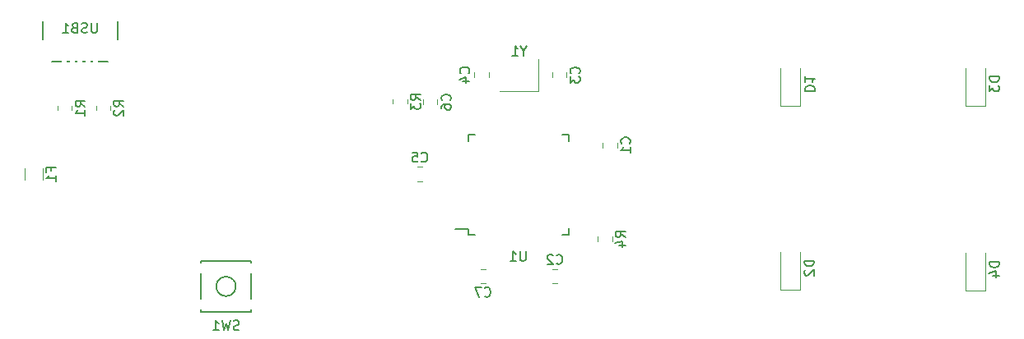
<source format=gbo>
%TF.GenerationSoftware,KiCad,Pcbnew,(5.1.10)-1*%
%TF.CreationDate,2021-05-12T23:01:37-04:00*%
%TF.ProjectId,SwagPad,53776167-5061-4642-9e6b-696361645f70,rev?*%
%TF.SameCoordinates,Original*%
%TF.FileFunction,Legend,Bot*%
%TF.FilePolarity,Positive*%
%FSLAX46Y46*%
G04 Gerber Fmt 4.6, Leading zero omitted, Abs format (unit mm)*
G04 Created by KiCad (PCBNEW (5.1.10)-1) date 2021-05-12 23:01:37*
%MOMM*%
%LPD*%
G01*
G04 APERTURE LIST*
%ADD10C,0.120000*%
%ADD11C,0.150000*%
%ADD12R,1.400000X1.200000*%
%ADD13O,1.700000X2.700000*%
%ADD14R,0.500000X2.250000*%
%ADD15R,0.550000X1.500000*%
%ADD16R,1.500000X0.550000*%
%ADD17R,1.800000X1.100000*%
%ADD18C,1.750000*%
%ADD19C,2.250000*%
%ADD20C,3.987800*%
%ADD21R,1.200000X0.900000*%
G04 APERTURE END LIST*
D10*
%TO.C,Y1*%
X118586000Y-86329250D02*
X118586000Y-89629250D01*
X118586000Y-89629250D02*
X114586000Y-89629250D01*
D11*
%TO.C,USB1*%
X67587500Y-86603000D02*
X75287500Y-86603000D01*
X75287500Y-81153000D02*
X75287500Y-86603000D01*
X67587500Y-81153000D02*
X67587500Y-86603000D01*
%TO.C,U1*%
X111332500Y-104456750D02*
X111332500Y-103881750D01*
X121682500Y-104456750D02*
X121682500Y-103781750D01*
X121682500Y-94106750D02*
X121682500Y-94781750D01*
X111332500Y-94106750D02*
X111332500Y-94781750D01*
X111332500Y-104456750D02*
X112007500Y-104456750D01*
X111332500Y-94106750D02*
X112007500Y-94106750D01*
X121682500Y-94106750D02*
X121007500Y-94106750D01*
X121682500Y-104456750D02*
X121007500Y-104456750D01*
X111332500Y-103881750D02*
X110057500Y-103881750D01*
%TO.C,SW1*%
X87443750Y-109800000D02*
G75*
G03*
X87443750Y-109800000I-1000000J0D01*
G01*
X89043750Y-112400000D02*
X89043750Y-107200000D01*
X83843750Y-112400000D02*
X89043750Y-112400000D01*
X83843750Y-107200000D02*
X83843750Y-112400000D01*
X89043750Y-107200000D02*
X83843750Y-107200000D01*
D10*
%TO.C,R4*%
X126147500Y-105120814D02*
X126147500Y-104666686D01*
X124677500Y-105120814D02*
X124677500Y-104666686D01*
%TO.C,R3*%
X105065500Y-90960314D02*
X105065500Y-90506186D01*
X103595500Y-90960314D02*
X103595500Y-90506186D01*
%TO.C,R2*%
X74553750Y-91627064D02*
X74553750Y-91172936D01*
X73083750Y-91627064D02*
X73083750Y-91172936D01*
%TO.C,R1*%
X70585000Y-91627064D02*
X70585000Y-91172936D01*
X69115000Y-91627064D02*
X69115000Y-91172936D01*
%TO.C,F1*%
X67585000Y-98839564D02*
X67585000Y-97635436D01*
X65765000Y-98839564D02*
X65765000Y-97635436D01*
%TO.C,D4*%
X164512500Y-110262500D02*
X162512500Y-110262500D01*
X162512500Y-110262500D02*
X162512500Y-106362500D01*
X164512500Y-110262500D02*
X164512500Y-106362500D01*
%TO.C,D3*%
X164512500Y-91150000D02*
X162512500Y-91150000D01*
X162512500Y-91150000D02*
X162512500Y-87250000D01*
X164512500Y-91150000D02*
X164512500Y-87250000D01*
%TO.C,D2*%
X145462500Y-110137500D02*
X143462500Y-110137500D01*
X143462500Y-110137500D02*
X143462500Y-106237500D01*
X145462500Y-110137500D02*
X145462500Y-106237500D01*
%TO.C,D1*%
X145462500Y-91150000D02*
X143462500Y-91150000D01*
X143462500Y-91150000D02*
X143462500Y-87250000D01*
X145462500Y-91150000D02*
X145462500Y-87250000D01*
%TO.C,C7*%
X112607498Y-109478750D02*
X113130002Y-109478750D01*
X112607498Y-108008750D02*
X113130002Y-108008750D01*
%TO.C,C6*%
X108177000Y-91037002D02*
X108177000Y-90514498D01*
X106707000Y-91037002D02*
X106707000Y-90514498D01*
%TO.C,C5*%
X106623752Y-97467750D02*
X106101248Y-97467750D01*
X106623752Y-98937750D02*
X106101248Y-98937750D01*
%TO.C,C4*%
X111977500Y-87715498D02*
X111977500Y-88238002D01*
X113447500Y-87715498D02*
X113447500Y-88238002D01*
%TO.C,C3*%
X121448500Y-88243002D02*
X121448500Y-87720498D01*
X119978500Y-88243002D02*
X119978500Y-87720498D01*
%TO.C,C2*%
X120532752Y-108008750D02*
X120010248Y-108008750D01*
X120532752Y-109478750D02*
X120010248Y-109478750D01*
%TO.C,C1*%
X126655500Y-95482002D02*
X126655500Y-94959498D01*
X125185500Y-95482002D02*
X125185500Y-94959498D01*
%TO.C,Y1*%
D11*
X117062190Y-85505440D02*
X117062190Y-85981630D01*
X117395523Y-84981630D02*
X117062190Y-85505440D01*
X116728857Y-84981630D01*
X115871714Y-85981630D02*
X116443142Y-85981630D01*
X116157428Y-85981630D02*
X116157428Y-84981630D01*
X116252666Y-85124488D01*
X116347904Y-85219726D01*
X116443142Y-85267345D01*
%TO.C,USB1*%
X73175595Y-82637380D02*
X73175595Y-83446904D01*
X73127976Y-83542142D01*
X73080357Y-83589761D01*
X72985119Y-83637380D01*
X72794642Y-83637380D01*
X72699404Y-83589761D01*
X72651785Y-83542142D01*
X72604166Y-83446904D01*
X72604166Y-82637380D01*
X72175595Y-83589761D02*
X72032738Y-83637380D01*
X71794642Y-83637380D01*
X71699404Y-83589761D01*
X71651785Y-83542142D01*
X71604166Y-83446904D01*
X71604166Y-83351666D01*
X71651785Y-83256428D01*
X71699404Y-83208809D01*
X71794642Y-83161190D01*
X71985119Y-83113571D01*
X72080357Y-83065952D01*
X72127976Y-83018333D01*
X72175595Y-82923095D01*
X72175595Y-82827857D01*
X72127976Y-82732619D01*
X72080357Y-82685000D01*
X71985119Y-82637380D01*
X71747023Y-82637380D01*
X71604166Y-82685000D01*
X70842261Y-83113571D02*
X70699404Y-83161190D01*
X70651785Y-83208809D01*
X70604166Y-83304047D01*
X70604166Y-83446904D01*
X70651785Y-83542142D01*
X70699404Y-83589761D01*
X70794642Y-83637380D01*
X71175595Y-83637380D01*
X71175595Y-82637380D01*
X70842261Y-82637380D01*
X70747023Y-82685000D01*
X70699404Y-82732619D01*
X70651785Y-82827857D01*
X70651785Y-82923095D01*
X70699404Y-83018333D01*
X70747023Y-83065952D01*
X70842261Y-83113571D01*
X71175595Y-83113571D01*
X69651785Y-83637380D02*
X70223214Y-83637380D01*
X69937500Y-83637380D02*
X69937500Y-82637380D01*
X70032738Y-82780238D01*
X70127976Y-82875476D01*
X70223214Y-82923095D01*
%TO.C,U1*%
X117269404Y-106184130D02*
X117269404Y-106993654D01*
X117221785Y-107088892D01*
X117174166Y-107136511D01*
X117078928Y-107184130D01*
X116888452Y-107184130D01*
X116793214Y-107136511D01*
X116745595Y-107088892D01*
X116697976Y-106993654D01*
X116697976Y-106184130D01*
X115697976Y-107184130D02*
X116269404Y-107184130D01*
X115983690Y-107184130D02*
X115983690Y-106184130D01*
X116078928Y-106326988D01*
X116174166Y-106422226D01*
X116269404Y-106469845D01*
%TO.C,SW1*%
X87777083Y-114268761D02*
X87634226Y-114316380D01*
X87396130Y-114316380D01*
X87300892Y-114268761D01*
X87253273Y-114221142D01*
X87205654Y-114125904D01*
X87205654Y-114030666D01*
X87253273Y-113935428D01*
X87300892Y-113887809D01*
X87396130Y-113840190D01*
X87586607Y-113792571D01*
X87681845Y-113744952D01*
X87729464Y-113697333D01*
X87777083Y-113602095D01*
X87777083Y-113506857D01*
X87729464Y-113411619D01*
X87681845Y-113364000D01*
X87586607Y-113316380D01*
X87348511Y-113316380D01*
X87205654Y-113364000D01*
X86872321Y-113316380D02*
X86634226Y-114316380D01*
X86443750Y-113602095D01*
X86253273Y-114316380D01*
X86015178Y-113316380D01*
X85110416Y-114316380D02*
X85681845Y-114316380D01*
X85396130Y-114316380D02*
X85396130Y-113316380D01*
X85491369Y-113459238D01*
X85586607Y-113554476D01*
X85681845Y-113602095D01*
%TO.C,R4*%
X127514880Y-104727083D02*
X127038690Y-104393750D01*
X127514880Y-104155654D02*
X126514880Y-104155654D01*
X126514880Y-104536607D01*
X126562500Y-104631845D01*
X126610119Y-104679464D01*
X126705357Y-104727083D01*
X126848214Y-104727083D01*
X126943452Y-104679464D01*
X126991071Y-104631845D01*
X127038690Y-104536607D01*
X127038690Y-104155654D01*
X126848214Y-105584226D02*
X127514880Y-105584226D01*
X126467261Y-105346130D02*
X127181547Y-105108035D01*
X127181547Y-105727083D01*
%TO.C,R3*%
X106432880Y-90566583D02*
X105956690Y-90233250D01*
X106432880Y-89995154D02*
X105432880Y-89995154D01*
X105432880Y-90376107D01*
X105480500Y-90471345D01*
X105528119Y-90518964D01*
X105623357Y-90566583D01*
X105766214Y-90566583D01*
X105861452Y-90518964D01*
X105909071Y-90471345D01*
X105956690Y-90376107D01*
X105956690Y-89995154D01*
X105432880Y-90899916D02*
X105432880Y-91518964D01*
X105813833Y-91185630D01*
X105813833Y-91328488D01*
X105861452Y-91423726D01*
X105909071Y-91471345D01*
X106004309Y-91518964D01*
X106242404Y-91518964D01*
X106337642Y-91471345D01*
X106385261Y-91423726D01*
X106432880Y-91328488D01*
X106432880Y-91042773D01*
X106385261Y-90947535D01*
X106337642Y-90899916D01*
%TO.C,R2*%
X75921130Y-91233333D02*
X75444940Y-90900000D01*
X75921130Y-90661904D02*
X74921130Y-90661904D01*
X74921130Y-91042857D01*
X74968750Y-91138095D01*
X75016369Y-91185714D01*
X75111607Y-91233333D01*
X75254464Y-91233333D01*
X75349702Y-91185714D01*
X75397321Y-91138095D01*
X75444940Y-91042857D01*
X75444940Y-90661904D01*
X75016369Y-91614285D02*
X74968750Y-91661904D01*
X74921130Y-91757142D01*
X74921130Y-91995238D01*
X74968750Y-92090476D01*
X75016369Y-92138095D01*
X75111607Y-92185714D01*
X75206845Y-92185714D01*
X75349702Y-92138095D01*
X75921130Y-91566666D01*
X75921130Y-92185714D01*
%TO.C,R1*%
X71952380Y-91233333D02*
X71476190Y-90900000D01*
X71952380Y-90661904D02*
X70952380Y-90661904D01*
X70952380Y-91042857D01*
X71000000Y-91138095D01*
X71047619Y-91185714D01*
X71142857Y-91233333D01*
X71285714Y-91233333D01*
X71380952Y-91185714D01*
X71428571Y-91138095D01*
X71476190Y-91042857D01*
X71476190Y-90661904D01*
X71952380Y-92185714D02*
X71952380Y-91614285D01*
X71952380Y-91900000D02*
X70952380Y-91900000D01*
X71095238Y-91804761D01*
X71190476Y-91709523D01*
X71238095Y-91614285D01*
%TO.C,F1*%
X68423571Y-97904166D02*
X68423571Y-97570833D01*
X68947380Y-97570833D02*
X67947380Y-97570833D01*
X67947380Y-98047023D01*
X68947380Y-98951785D02*
X68947380Y-98380357D01*
X68947380Y-98666071D02*
X67947380Y-98666071D01*
X68090238Y-98570833D01*
X68185476Y-98475595D01*
X68233095Y-98380357D01*
%TO.C,D4*%
X165964880Y-107274404D02*
X164964880Y-107274404D01*
X164964880Y-107512500D01*
X165012500Y-107655357D01*
X165107738Y-107750595D01*
X165202976Y-107798214D01*
X165393452Y-107845833D01*
X165536309Y-107845833D01*
X165726785Y-107798214D01*
X165822023Y-107750595D01*
X165917261Y-107655357D01*
X165964880Y-107512500D01*
X165964880Y-107274404D01*
X165298214Y-108702976D02*
X165964880Y-108702976D01*
X164917261Y-108464880D02*
X165631547Y-108226785D01*
X165631547Y-108845833D01*
%TO.C,D3*%
X165964880Y-88161904D02*
X164964880Y-88161904D01*
X164964880Y-88400000D01*
X165012500Y-88542857D01*
X165107738Y-88638095D01*
X165202976Y-88685714D01*
X165393452Y-88733333D01*
X165536309Y-88733333D01*
X165726785Y-88685714D01*
X165822023Y-88638095D01*
X165917261Y-88542857D01*
X165964880Y-88400000D01*
X165964880Y-88161904D01*
X164964880Y-89066666D02*
X164964880Y-89685714D01*
X165345833Y-89352380D01*
X165345833Y-89495238D01*
X165393452Y-89590476D01*
X165441071Y-89638095D01*
X165536309Y-89685714D01*
X165774404Y-89685714D01*
X165869642Y-89638095D01*
X165917261Y-89590476D01*
X165964880Y-89495238D01*
X165964880Y-89209523D01*
X165917261Y-89114285D01*
X165869642Y-89066666D01*
%TO.C,D2*%
X146914880Y-107149404D02*
X145914880Y-107149404D01*
X145914880Y-107387500D01*
X145962500Y-107530357D01*
X146057738Y-107625595D01*
X146152976Y-107673214D01*
X146343452Y-107720833D01*
X146486309Y-107720833D01*
X146676785Y-107673214D01*
X146772023Y-107625595D01*
X146867261Y-107530357D01*
X146914880Y-107387500D01*
X146914880Y-107149404D01*
X146010119Y-108101785D02*
X145962500Y-108149404D01*
X145914880Y-108244642D01*
X145914880Y-108482738D01*
X145962500Y-108577976D01*
X146010119Y-108625595D01*
X146105357Y-108673214D01*
X146200595Y-108673214D01*
X146343452Y-108625595D01*
X146914880Y-108054166D01*
X146914880Y-108673214D01*
%TO.C,D1*%
X146010119Y-89638095D02*
X147010119Y-89638095D01*
X147010119Y-89400000D01*
X146962500Y-89257142D01*
X146867261Y-89161904D01*
X146772023Y-89114285D01*
X146581547Y-89066666D01*
X146438690Y-89066666D01*
X146248214Y-89114285D01*
X146152976Y-89161904D01*
X146057738Y-89257142D01*
X146010119Y-89400000D01*
X146010119Y-89638095D01*
X146010119Y-88114285D02*
X146010119Y-88685714D01*
X146010119Y-88400000D02*
X147010119Y-88400000D01*
X146867261Y-88495238D01*
X146772023Y-88590476D01*
X146724404Y-88685714D01*
%TO.C,C7*%
X113035416Y-110780892D02*
X113083035Y-110828511D01*
X113225892Y-110876130D01*
X113321130Y-110876130D01*
X113463988Y-110828511D01*
X113559226Y-110733273D01*
X113606845Y-110638035D01*
X113654464Y-110447559D01*
X113654464Y-110304702D01*
X113606845Y-110114226D01*
X113559226Y-110018988D01*
X113463988Y-109923750D01*
X113321130Y-109876130D01*
X113225892Y-109876130D01*
X113083035Y-109923750D01*
X113035416Y-109971369D01*
X112702083Y-109876130D02*
X112035416Y-109876130D01*
X112463988Y-110876130D01*
%TO.C,C6*%
X109479142Y-90609083D02*
X109526761Y-90561464D01*
X109574380Y-90418607D01*
X109574380Y-90323369D01*
X109526761Y-90180511D01*
X109431523Y-90085273D01*
X109336285Y-90037654D01*
X109145809Y-89990035D01*
X109002952Y-89990035D01*
X108812476Y-90037654D01*
X108717238Y-90085273D01*
X108622000Y-90180511D01*
X108574380Y-90323369D01*
X108574380Y-90418607D01*
X108622000Y-90561464D01*
X108669619Y-90609083D01*
X108574380Y-91466226D02*
X108574380Y-91275750D01*
X108622000Y-91180511D01*
X108669619Y-91132892D01*
X108812476Y-91037654D01*
X109002952Y-90990035D01*
X109383904Y-90990035D01*
X109479142Y-91037654D01*
X109526761Y-91085273D01*
X109574380Y-91180511D01*
X109574380Y-91370988D01*
X109526761Y-91466226D01*
X109479142Y-91513845D01*
X109383904Y-91561464D01*
X109145809Y-91561464D01*
X109050571Y-91513845D01*
X109002952Y-91466226D01*
X108955333Y-91370988D01*
X108955333Y-91180511D01*
X109002952Y-91085273D01*
X109050571Y-91037654D01*
X109145809Y-90990035D01*
%TO.C,C5*%
X106529166Y-96879892D02*
X106576785Y-96927511D01*
X106719642Y-96975130D01*
X106814880Y-96975130D01*
X106957738Y-96927511D01*
X107052976Y-96832273D01*
X107100595Y-96737035D01*
X107148214Y-96546559D01*
X107148214Y-96403702D01*
X107100595Y-96213226D01*
X107052976Y-96117988D01*
X106957738Y-96022750D01*
X106814880Y-95975130D01*
X106719642Y-95975130D01*
X106576785Y-96022750D01*
X106529166Y-96070369D01*
X105624404Y-95975130D02*
X106100595Y-95975130D01*
X106148214Y-96451321D01*
X106100595Y-96403702D01*
X106005357Y-96356083D01*
X105767261Y-96356083D01*
X105672023Y-96403702D01*
X105624404Y-96451321D01*
X105576785Y-96546559D01*
X105576785Y-96784654D01*
X105624404Y-96879892D01*
X105672023Y-96927511D01*
X105767261Y-96975130D01*
X106005357Y-96975130D01*
X106100595Y-96927511D01*
X106148214Y-96879892D01*
%TO.C,C4*%
X111389642Y-87810083D02*
X111437261Y-87762464D01*
X111484880Y-87619607D01*
X111484880Y-87524369D01*
X111437261Y-87381511D01*
X111342023Y-87286273D01*
X111246785Y-87238654D01*
X111056309Y-87191035D01*
X110913452Y-87191035D01*
X110722976Y-87238654D01*
X110627738Y-87286273D01*
X110532500Y-87381511D01*
X110484880Y-87524369D01*
X110484880Y-87619607D01*
X110532500Y-87762464D01*
X110580119Y-87810083D01*
X110818214Y-88667226D02*
X111484880Y-88667226D01*
X110437261Y-88429130D02*
X111151547Y-88191035D01*
X111151547Y-88810083D01*
%TO.C,C3*%
X122750642Y-87815083D02*
X122798261Y-87767464D01*
X122845880Y-87624607D01*
X122845880Y-87529369D01*
X122798261Y-87386511D01*
X122703023Y-87291273D01*
X122607785Y-87243654D01*
X122417309Y-87196035D01*
X122274452Y-87196035D01*
X122083976Y-87243654D01*
X121988738Y-87291273D01*
X121893500Y-87386511D01*
X121845880Y-87529369D01*
X121845880Y-87624607D01*
X121893500Y-87767464D01*
X121941119Y-87815083D01*
X121845880Y-88148416D02*
X121845880Y-88767464D01*
X122226833Y-88434130D01*
X122226833Y-88576988D01*
X122274452Y-88672226D01*
X122322071Y-88719845D01*
X122417309Y-88767464D01*
X122655404Y-88767464D01*
X122750642Y-88719845D01*
X122798261Y-88672226D01*
X122845880Y-88576988D01*
X122845880Y-88291273D01*
X122798261Y-88196035D01*
X122750642Y-88148416D01*
%TO.C,C2*%
X120438166Y-107420892D02*
X120485785Y-107468511D01*
X120628642Y-107516130D01*
X120723880Y-107516130D01*
X120866738Y-107468511D01*
X120961976Y-107373273D01*
X121009595Y-107278035D01*
X121057214Y-107087559D01*
X121057214Y-106944702D01*
X121009595Y-106754226D01*
X120961976Y-106658988D01*
X120866738Y-106563750D01*
X120723880Y-106516130D01*
X120628642Y-106516130D01*
X120485785Y-106563750D01*
X120438166Y-106611369D01*
X120057214Y-106611369D02*
X120009595Y-106563750D01*
X119914357Y-106516130D01*
X119676261Y-106516130D01*
X119581023Y-106563750D01*
X119533404Y-106611369D01*
X119485785Y-106706607D01*
X119485785Y-106801845D01*
X119533404Y-106944702D01*
X120104833Y-107516130D01*
X119485785Y-107516130D01*
%TO.C,C1*%
X127957642Y-95054083D02*
X128005261Y-95006464D01*
X128052880Y-94863607D01*
X128052880Y-94768369D01*
X128005261Y-94625511D01*
X127910023Y-94530273D01*
X127814785Y-94482654D01*
X127624309Y-94435035D01*
X127481452Y-94435035D01*
X127290976Y-94482654D01*
X127195738Y-94530273D01*
X127100500Y-94625511D01*
X127052880Y-94768369D01*
X127052880Y-94863607D01*
X127100500Y-95006464D01*
X127148119Y-95054083D01*
X128052880Y-96006464D02*
X128052880Y-95435035D01*
X128052880Y-95720750D02*
X127052880Y-95720750D01*
X127195738Y-95625511D01*
X127290976Y-95530273D01*
X127338595Y-95435035D01*
%TD*%
%LPC*%
D12*
%TO.C,Y1*%
X117686000Y-87129250D03*
X115486000Y-87129250D03*
X115486000Y-88829250D03*
X117686000Y-88829250D03*
%TD*%
D13*
%TO.C,USB1*%
X67787500Y-81153000D03*
X75087500Y-81153000D03*
X75087500Y-85653000D03*
X67787500Y-85653000D03*
D14*
X69837500Y-85653000D03*
X70637500Y-85653000D03*
X71437500Y-85653000D03*
X72237500Y-85653000D03*
X73037500Y-85653000D03*
%TD*%
D15*
%TO.C,U1*%
X112507500Y-104981750D03*
X113307500Y-104981750D03*
X114107500Y-104981750D03*
X114907500Y-104981750D03*
X115707500Y-104981750D03*
X116507500Y-104981750D03*
X117307500Y-104981750D03*
X118107500Y-104981750D03*
X118907500Y-104981750D03*
X119707500Y-104981750D03*
X120507500Y-104981750D03*
D16*
X122207500Y-103281750D03*
X122207500Y-102481750D03*
X122207500Y-101681750D03*
X122207500Y-100881750D03*
X122207500Y-100081750D03*
X122207500Y-99281750D03*
X122207500Y-98481750D03*
X122207500Y-97681750D03*
X122207500Y-96881750D03*
X122207500Y-96081750D03*
X122207500Y-95281750D03*
D15*
X120507500Y-93581750D03*
X119707500Y-93581750D03*
X118907500Y-93581750D03*
X118107500Y-93581750D03*
X117307500Y-93581750D03*
X116507500Y-93581750D03*
X115707500Y-93581750D03*
X114907500Y-93581750D03*
X114107500Y-93581750D03*
X113307500Y-93581750D03*
X112507500Y-93581750D03*
D16*
X110807500Y-95281750D03*
X110807500Y-96081750D03*
X110807500Y-96881750D03*
X110807500Y-97681750D03*
X110807500Y-98481750D03*
X110807500Y-99281750D03*
X110807500Y-100081750D03*
X110807500Y-100881750D03*
X110807500Y-101681750D03*
X110807500Y-102481750D03*
X110807500Y-103281750D03*
%TD*%
D17*
%TO.C,SW1*%
X89543750Y-111650000D03*
X83343750Y-107950000D03*
X89543750Y-107950000D03*
X83343750Y-111650000D03*
%TD*%
%TO.C,R4*%
G36*
G01*
X125862501Y-104493750D02*
X124962499Y-104493750D01*
G75*
G02*
X124712500Y-104243751I0J249999D01*
G01*
X124712500Y-103718749D01*
G75*
G02*
X124962499Y-103468750I249999J0D01*
G01*
X125862501Y-103468750D01*
G75*
G02*
X126112500Y-103718749I0J-249999D01*
G01*
X126112500Y-104243751D01*
G75*
G02*
X125862501Y-104493750I-249999J0D01*
G01*
G37*
G36*
G01*
X125862501Y-106318750D02*
X124962499Y-106318750D01*
G75*
G02*
X124712500Y-106068751I0J249999D01*
G01*
X124712500Y-105543749D01*
G75*
G02*
X124962499Y-105293750I249999J0D01*
G01*
X125862501Y-105293750D01*
G75*
G02*
X126112500Y-105543749I0J-249999D01*
G01*
X126112500Y-106068751D01*
G75*
G02*
X125862501Y-106318750I-249999J0D01*
G01*
G37*
%TD*%
%TO.C,R3*%
G36*
G01*
X104780501Y-90333250D02*
X103880499Y-90333250D01*
G75*
G02*
X103630500Y-90083251I0J249999D01*
G01*
X103630500Y-89558249D01*
G75*
G02*
X103880499Y-89308250I249999J0D01*
G01*
X104780501Y-89308250D01*
G75*
G02*
X105030500Y-89558249I0J-249999D01*
G01*
X105030500Y-90083251D01*
G75*
G02*
X104780501Y-90333250I-249999J0D01*
G01*
G37*
G36*
G01*
X104780501Y-92158250D02*
X103880499Y-92158250D01*
G75*
G02*
X103630500Y-91908251I0J249999D01*
G01*
X103630500Y-91383249D01*
G75*
G02*
X103880499Y-91133250I249999J0D01*
G01*
X104780501Y-91133250D01*
G75*
G02*
X105030500Y-91383249I0J-249999D01*
G01*
X105030500Y-91908251D01*
G75*
G02*
X104780501Y-92158250I-249999J0D01*
G01*
G37*
%TD*%
%TO.C,R2*%
G36*
G01*
X74268751Y-91000000D02*
X73368749Y-91000000D01*
G75*
G02*
X73118750Y-90750001I0J249999D01*
G01*
X73118750Y-90224999D01*
G75*
G02*
X73368749Y-89975000I249999J0D01*
G01*
X74268751Y-89975000D01*
G75*
G02*
X74518750Y-90224999I0J-249999D01*
G01*
X74518750Y-90750001D01*
G75*
G02*
X74268751Y-91000000I-249999J0D01*
G01*
G37*
G36*
G01*
X74268751Y-92825000D02*
X73368749Y-92825000D01*
G75*
G02*
X73118750Y-92575001I0J249999D01*
G01*
X73118750Y-92049999D01*
G75*
G02*
X73368749Y-91800000I249999J0D01*
G01*
X74268751Y-91800000D01*
G75*
G02*
X74518750Y-92049999I0J-249999D01*
G01*
X74518750Y-92575001D01*
G75*
G02*
X74268751Y-92825000I-249999J0D01*
G01*
G37*
%TD*%
%TO.C,R1*%
G36*
G01*
X70300001Y-91000000D02*
X69399999Y-91000000D01*
G75*
G02*
X69150000Y-90750001I0J249999D01*
G01*
X69150000Y-90224999D01*
G75*
G02*
X69399999Y-89975000I249999J0D01*
G01*
X70300001Y-89975000D01*
G75*
G02*
X70550000Y-90224999I0J-249999D01*
G01*
X70550000Y-90750001D01*
G75*
G02*
X70300001Y-91000000I-249999J0D01*
G01*
G37*
G36*
G01*
X70300001Y-92825000D02*
X69399999Y-92825000D01*
G75*
G02*
X69150000Y-92575001I0J249999D01*
G01*
X69150000Y-92049999D01*
G75*
G02*
X69399999Y-91800000I249999J0D01*
G01*
X70300001Y-91800000D01*
G75*
G02*
X70550000Y-92049999I0J-249999D01*
G01*
X70550000Y-92575001D01*
G75*
G02*
X70300001Y-92825000I-249999J0D01*
G01*
G37*
%TD*%
D18*
%TO.C,MX4*%
X160655000Y-107950000D03*
X150495000Y-107950000D03*
D19*
X153075000Y-103950000D03*
D20*
X155575000Y-107950000D03*
G36*
G01*
X151013688Y-106247350D02*
X151013683Y-106247345D01*
G75*
G02*
X150927655Y-104658683I751317J837345D01*
G01*
X152237657Y-103198683D01*
G75*
G02*
X153826319Y-103112655I837345J-751317D01*
G01*
X153826319Y-103112655D01*
G75*
G02*
X153912347Y-104701317I-751317J-837345D01*
G01*
X152602345Y-106161317D01*
G75*
G02*
X151013683Y-106247345I-837345J751317D01*
G01*
G37*
D19*
X158115000Y-102870000D03*
G36*
G01*
X157998483Y-104572395D02*
X157997597Y-104572334D01*
G75*
G02*
X156952666Y-103372597I77403J1122334D01*
G01*
X156992666Y-102792597D01*
G75*
G02*
X158192403Y-101747666I1122334J-77403D01*
G01*
X158192403Y-101747666D01*
G75*
G02*
X159237334Y-102947403I-77403J-1122334D01*
G01*
X159197334Y-103527403D01*
G75*
G02*
X157997597Y-104572334I-1122334J77403D01*
G01*
G37*
%TD*%
%TO.C,MX3*%
G36*
G01*
X157998483Y-85522395D02*
X157997597Y-85522334D01*
G75*
G02*
X156952666Y-84322597I77403J1122334D01*
G01*
X156992666Y-83742597D01*
G75*
G02*
X158192403Y-82697666I1122334J-77403D01*
G01*
X158192403Y-82697666D01*
G75*
G02*
X159237334Y-83897403I-77403J-1122334D01*
G01*
X159197334Y-84477403D01*
G75*
G02*
X157997597Y-85522334I-1122334J77403D01*
G01*
G37*
X158115000Y-83820000D03*
G36*
G01*
X151013688Y-87197350D02*
X151013683Y-87197345D01*
G75*
G02*
X150927655Y-85608683I751317J837345D01*
G01*
X152237657Y-84148683D01*
G75*
G02*
X153826319Y-84062655I837345J-751317D01*
G01*
X153826319Y-84062655D01*
G75*
G02*
X153912347Y-85651317I-751317J-837345D01*
G01*
X152602345Y-87111317D01*
G75*
G02*
X151013683Y-87197345I-837345J751317D01*
G01*
G37*
D20*
X155575000Y-88900000D03*
D19*
X153075000Y-84900000D03*
D18*
X150495000Y-88900000D03*
X160655000Y-88900000D03*
%TD*%
%TO.C,MX2*%
X141605000Y-107950000D03*
X131445000Y-107950000D03*
D19*
X134025000Y-103950000D03*
D20*
X136525000Y-107950000D03*
G36*
G01*
X131963688Y-106247350D02*
X131963683Y-106247345D01*
G75*
G02*
X131877655Y-104658683I751317J837345D01*
G01*
X133187657Y-103198683D01*
G75*
G02*
X134776319Y-103112655I837345J-751317D01*
G01*
X134776319Y-103112655D01*
G75*
G02*
X134862347Y-104701317I-751317J-837345D01*
G01*
X133552345Y-106161317D01*
G75*
G02*
X131963683Y-106247345I-837345J751317D01*
G01*
G37*
D19*
X139065000Y-102870000D03*
G36*
G01*
X138948483Y-104572395D02*
X138947597Y-104572334D01*
G75*
G02*
X137902666Y-103372597I77403J1122334D01*
G01*
X137942666Y-102792597D01*
G75*
G02*
X139142403Y-101747666I1122334J-77403D01*
G01*
X139142403Y-101747666D01*
G75*
G02*
X140187334Y-102947403I-77403J-1122334D01*
G01*
X140147334Y-103527403D01*
G75*
G02*
X138947597Y-104572334I-1122334J77403D01*
G01*
G37*
%TD*%
%TO.C,MX1*%
G36*
G01*
X138948483Y-85522395D02*
X138947597Y-85522334D01*
G75*
G02*
X137902666Y-84322597I77403J1122334D01*
G01*
X137942666Y-83742597D01*
G75*
G02*
X139142403Y-82697666I1122334J-77403D01*
G01*
X139142403Y-82697666D01*
G75*
G02*
X140187334Y-83897403I-77403J-1122334D01*
G01*
X140147334Y-84477403D01*
G75*
G02*
X138947597Y-85522334I-1122334J77403D01*
G01*
G37*
X139065000Y-83820000D03*
G36*
G01*
X131963688Y-87197350D02*
X131963683Y-87197345D01*
G75*
G02*
X131877655Y-85608683I751317J837345D01*
G01*
X133187657Y-84148683D01*
G75*
G02*
X134776319Y-84062655I837345J-751317D01*
G01*
X134776319Y-84062655D01*
G75*
G02*
X134862347Y-85651317I-751317J-837345D01*
G01*
X133552345Y-87111317D01*
G75*
G02*
X131963683Y-87197345I-837345J751317D01*
G01*
G37*
D20*
X136525000Y-88900000D03*
D19*
X134025000Y-84900000D03*
D18*
X131445000Y-88900000D03*
X141605000Y-88900000D03*
%TD*%
%TO.C,F1*%
G36*
G01*
X67300000Y-97462500D02*
X66050000Y-97462500D01*
G75*
G02*
X65800000Y-97212500I0J250000D01*
G01*
X65800000Y-96462500D01*
G75*
G02*
X66050000Y-96212500I250000J0D01*
G01*
X67300000Y-96212500D01*
G75*
G02*
X67550000Y-96462500I0J-250000D01*
G01*
X67550000Y-97212500D01*
G75*
G02*
X67300000Y-97462500I-250000J0D01*
G01*
G37*
G36*
G01*
X67300000Y-100262500D02*
X66050000Y-100262500D01*
G75*
G02*
X65800000Y-100012500I0J250000D01*
G01*
X65800000Y-99262500D01*
G75*
G02*
X66050000Y-99012500I250000J0D01*
G01*
X67300000Y-99012500D01*
G75*
G02*
X67550000Y-99262500I0J-250000D01*
G01*
X67550000Y-100012500D01*
G75*
G02*
X67300000Y-100262500I-250000J0D01*
G01*
G37*
%TD*%
D21*
%TO.C,D4*%
X163512500Y-106362500D03*
X163512500Y-109662500D03*
%TD*%
%TO.C,D3*%
X163512500Y-87250000D03*
X163512500Y-90550000D03*
%TD*%
%TO.C,D2*%
X144462500Y-106237500D03*
X144462500Y-109537500D03*
%TD*%
%TO.C,D1*%
X144462500Y-87250000D03*
X144462500Y-90550000D03*
%TD*%
%TO.C,C7*%
G36*
G01*
X113318750Y-109218750D02*
X113318750Y-108268750D01*
G75*
G02*
X113568750Y-108018750I250000J0D01*
G01*
X114068750Y-108018750D01*
G75*
G02*
X114318750Y-108268750I0J-250000D01*
G01*
X114318750Y-109218750D01*
G75*
G02*
X114068750Y-109468750I-250000J0D01*
G01*
X113568750Y-109468750D01*
G75*
G02*
X113318750Y-109218750I0J250000D01*
G01*
G37*
G36*
G01*
X111418750Y-109218750D02*
X111418750Y-108268750D01*
G75*
G02*
X111668750Y-108018750I250000J0D01*
G01*
X112168750Y-108018750D01*
G75*
G02*
X112418750Y-108268750I0J-250000D01*
G01*
X112418750Y-109218750D01*
G75*
G02*
X112168750Y-109468750I-250000J0D01*
G01*
X111668750Y-109468750D01*
G75*
G02*
X111418750Y-109218750I0J250000D01*
G01*
G37*
%TD*%
%TO.C,C6*%
G36*
G01*
X107917000Y-90325750D02*
X106967000Y-90325750D01*
G75*
G02*
X106717000Y-90075750I0J250000D01*
G01*
X106717000Y-89575750D01*
G75*
G02*
X106967000Y-89325750I250000J0D01*
G01*
X107917000Y-89325750D01*
G75*
G02*
X108167000Y-89575750I0J-250000D01*
G01*
X108167000Y-90075750D01*
G75*
G02*
X107917000Y-90325750I-250000J0D01*
G01*
G37*
G36*
G01*
X107917000Y-92225750D02*
X106967000Y-92225750D01*
G75*
G02*
X106717000Y-91975750I0J250000D01*
G01*
X106717000Y-91475750D01*
G75*
G02*
X106967000Y-91225750I250000J0D01*
G01*
X107917000Y-91225750D01*
G75*
G02*
X108167000Y-91475750I0J-250000D01*
G01*
X108167000Y-91975750D01*
G75*
G02*
X107917000Y-92225750I-250000J0D01*
G01*
G37*
%TD*%
%TO.C,C5*%
G36*
G01*
X105912500Y-97727750D02*
X105912500Y-98677750D01*
G75*
G02*
X105662500Y-98927750I-250000J0D01*
G01*
X105162500Y-98927750D01*
G75*
G02*
X104912500Y-98677750I0J250000D01*
G01*
X104912500Y-97727750D01*
G75*
G02*
X105162500Y-97477750I250000J0D01*
G01*
X105662500Y-97477750D01*
G75*
G02*
X105912500Y-97727750I0J-250000D01*
G01*
G37*
G36*
G01*
X107812500Y-97727750D02*
X107812500Y-98677750D01*
G75*
G02*
X107562500Y-98927750I-250000J0D01*
G01*
X107062500Y-98927750D01*
G75*
G02*
X106812500Y-98677750I0J250000D01*
G01*
X106812500Y-97727750D01*
G75*
G02*
X107062500Y-97477750I250000J0D01*
G01*
X107562500Y-97477750D01*
G75*
G02*
X107812500Y-97727750I0J-250000D01*
G01*
G37*
%TD*%
%TO.C,C4*%
G36*
G01*
X112237500Y-88426750D02*
X113187500Y-88426750D01*
G75*
G02*
X113437500Y-88676750I0J-250000D01*
G01*
X113437500Y-89176750D01*
G75*
G02*
X113187500Y-89426750I-250000J0D01*
G01*
X112237500Y-89426750D01*
G75*
G02*
X111987500Y-89176750I0J250000D01*
G01*
X111987500Y-88676750D01*
G75*
G02*
X112237500Y-88426750I250000J0D01*
G01*
G37*
G36*
G01*
X112237500Y-86526750D02*
X113187500Y-86526750D01*
G75*
G02*
X113437500Y-86776750I0J-250000D01*
G01*
X113437500Y-87276750D01*
G75*
G02*
X113187500Y-87526750I-250000J0D01*
G01*
X112237500Y-87526750D01*
G75*
G02*
X111987500Y-87276750I0J250000D01*
G01*
X111987500Y-86776750D01*
G75*
G02*
X112237500Y-86526750I250000J0D01*
G01*
G37*
%TD*%
%TO.C,C3*%
G36*
G01*
X121188500Y-87531750D02*
X120238500Y-87531750D01*
G75*
G02*
X119988500Y-87281750I0J250000D01*
G01*
X119988500Y-86781750D01*
G75*
G02*
X120238500Y-86531750I250000J0D01*
G01*
X121188500Y-86531750D01*
G75*
G02*
X121438500Y-86781750I0J-250000D01*
G01*
X121438500Y-87281750D01*
G75*
G02*
X121188500Y-87531750I-250000J0D01*
G01*
G37*
G36*
G01*
X121188500Y-89431750D02*
X120238500Y-89431750D01*
G75*
G02*
X119988500Y-89181750I0J250000D01*
G01*
X119988500Y-88681750D01*
G75*
G02*
X120238500Y-88431750I250000J0D01*
G01*
X121188500Y-88431750D01*
G75*
G02*
X121438500Y-88681750I0J-250000D01*
G01*
X121438500Y-89181750D01*
G75*
G02*
X121188500Y-89431750I-250000J0D01*
G01*
G37*
%TD*%
%TO.C,C2*%
G36*
G01*
X119821500Y-108268750D02*
X119821500Y-109218750D01*
G75*
G02*
X119571500Y-109468750I-250000J0D01*
G01*
X119071500Y-109468750D01*
G75*
G02*
X118821500Y-109218750I0J250000D01*
G01*
X118821500Y-108268750D01*
G75*
G02*
X119071500Y-108018750I250000J0D01*
G01*
X119571500Y-108018750D01*
G75*
G02*
X119821500Y-108268750I0J-250000D01*
G01*
G37*
G36*
G01*
X121721500Y-108268750D02*
X121721500Y-109218750D01*
G75*
G02*
X121471500Y-109468750I-250000J0D01*
G01*
X120971500Y-109468750D01*
G75*
G02*
X120721500Y-109218750I0J250000D01*
G01*
X120721500Y-108268750D01*
G75*
G02*
X120971500Y-108018750I250000J0D01*
G01*
X121471500Y-108018750D01*
G75*
G02*
X121721500Y-108268750I0J-250000D01*
G01*
G37*
%TD*%
%TO.C,C1*%
G36*
G01*
X126395500Y-94770750D02*
X125445500Y-94770750D01*
G75*
G02*
X125195500Y-94520750I0J250000D01*
G01*
X125195500Y-94020750D01*
G75*
G02*
X125445500Y-93770750I250000J0D01*
G01*
X126395500Y-93770750D01*
G75*
G02*
X126645500Y-94020750I0J-250000D01*
G01*
X126645500Y-94520750D01*
G75*
G02*
X126395500Y-94770750I-250000J0D01*
G01*
G37*
G36*
G01*
X126395500Y-96670750D02*
X125445500Y-96670750D01*
G75*
G02*
X125195500Y-96420750I0J250000D01*
G01*
X125195500Y-95920750D01*
G75*
G02*
X125445500Y-95670750I250000J0D01*
G01*
X126395500Y-95670750D01*
G75*
G02*
X126645500Y-95920750I0J-250000D01*
G01*
X126645500Y-96420750D01*
G75*
G02*
X126395500Y-96670750I-250000J0D01*
G01*
G37*
%TD*%
M02*

</source>
